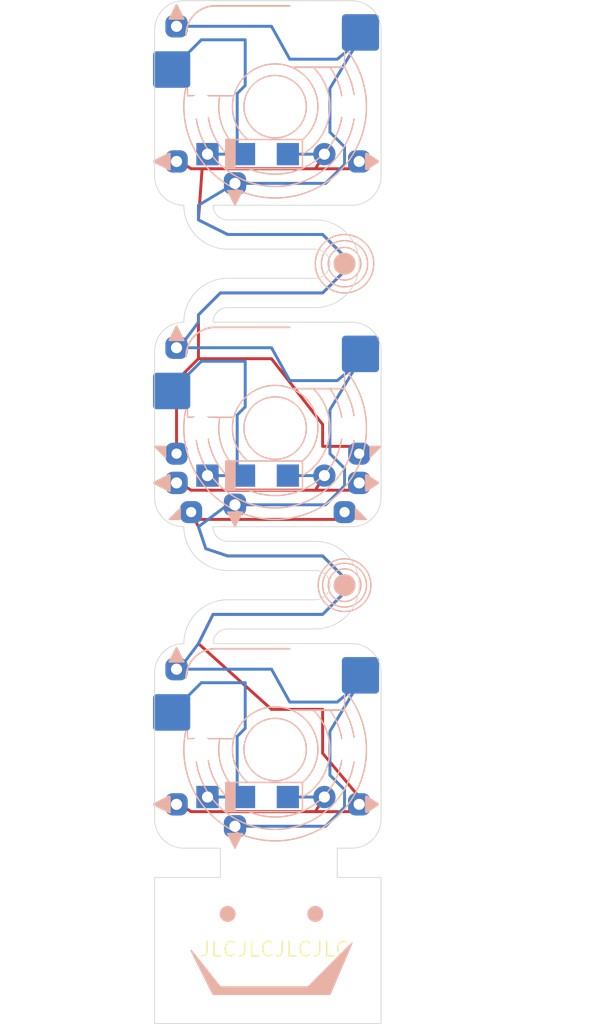
<source format=kicad_pcb>
(kicad_pcb (version 20240108) (generator "pcbnew") (generator_version "8.0")
  (layers (0 "F.Cu" signal) (31 "B.Cu" signal) (34 "B.Paste" user) (35 "F.Paste" user) (36 "B.SilkS" user "B.Silkscreen") (37 "F.SilkS" user "F.Silkscreen") (38 "B.Mask" user) (39 "F.Mask" user) (44 "Edge.Cuts" user))
  (net 0 "")
  (footprint "Library:sspcb" (layer "F.Cu") (at 25 54)
    (property "Reference" "sspcb" (hide yes))
    (property "Value" "sspcb" (hide yes))
    (fp_line (start 1.5 -3) (end 0.5 -3.619) (stroke (width 0.2)) (layer "F.Cu"))
    (fp_line (start 2.5 -3) (end 13 -3) (stroke (width 0.2)) (layer "F.Cu"))
    (fp_line (start 3 -3) (end 1.5 -3) (stroke (width 0.2)) (layer "F.Cu"))
    (fp_line (start 10.619 -4) (end 10 -3) (stroke (width 0.2)) (layer "F.Cu"))
    (fp_line (start 13 -3) (end 13 -4) (stroke (width 0.2)) (layer "F.Cu"))
    (fp_line (start 0 -12.75) (end 7 -12.75) (stroke (width 0.2)) (layer "B.Cu"))
    (fp_line (start 0.165 -9.79) (end 2.2 -11.825) (stroke (width 0.2)) (layer "B.Cu"))
    (fp_line (start 2.2 -11.825) (end 5.2 -11.825) (stroke (width 0.2)) (layer "B.Cu"))
    (fp_line (start 2.619 -4) (end 5.119 -4) (stroke (width 0.2)) (layer "B.Cu"))
    (fp_line (start 4.65 -8.15) (end 4.65 -4) (stroke (width 0.2)) (layer "B.Cu"))
    (fp_line (start 5.2 -11.825) (end 5.2 -8.7) (stroke (width 0.2)) (layer "B.Cu"))
    (fp_line (start 5.2 -8.7) (end 4.65 -8.15) (stroke (width 0.2)) (layer "B.Cu"))
    (fp_line (start 7 -12.75) (end 8.25 -10.5) (stroke (width 0.2)) (layer "B.Cu"))
    (fp_line (start 8.119 -4) (end 10.619 -4) (stroke (width 0.2)) (layer "B.Cu"))
    (fp_line (start 8.25 -10.5) (end 11.5 -10.5) (stroke (width 0.2)) (layer "B.Cu"))
    (fp_line (start 10.7 -2) (end 4.5 -2) (stroke (width 0.2)) (layer "B.Cu"))
    (fp_line (start 11 -8.5) (end 11 -5.5) (stroke (width 0.2)) (layer "B.Cu"))
    (fp_line (start 11 -5.5) (end 12 -4.5) (stroke (width 0.2)) (layer "B.Cu"))
    (fp_line (start 11.5 -10.5) (end 13 -11.75) (stroke (width 0.2)) (layer "B.Cu"))
    (fp_line (start 12 -4.5) (end 12 -3.3) (stroke (width 0.2)) (layer "B.Cu"))
    (fp_line (start 12 -3.3) (end 10.7 -2) (stroke (width 0.2)) (layer "B.Cu"))
    (fp_line (start 13.25 -12.25) (end 11 -8.5) (stroke (width 0.2)) (layer "B.Cu"))
    (fp_line (start 1.25 -8) (end 1.25 -8.5) (stroke (width 0.1)) (layer "B.SilkS"))
    (fp_line (start 3.15 -14.15) (end 8.25 -14.15) (stroke (width 0.12)) (layer "B.SilkS"))
    (fp_line (start 4.391915 -7.990539) (end 1.25 -8) (stroke (width 0.1)) (layer "B.SilkS"))
    (fp_line (start 8.5 -9.95) (end 12 -9.95) (stroke (width 0.12)) (layer "B.SilkS"))
    (fp_line (start 12 -9.95) (end 12 -11) (stroke (width 0.1)) (layer "B.SilkS"))
    (fp_rect (start 3.869 -5) (end 4.5 -3) (stroke (width 0.1)) (fill solid) (layer "B.SilkS"))
    (fp_rect (start 4.119 -5) (end 9.119 -3) (stroke (width 0.1)) (fill none) (layer "B.SilkS"))
    (fp_arc (start 1.15 -12.15) (mid 1.735786 -13.564214) (end 3.15 -14.15) (stroke (width 0.12)) (layer "B.SilkS"))
    (fp_arc (start 4.119 -5) (mid 3.479326 -6.435462) (end 3.465052 -8.006938) (stroke (width 0.1)) (layer "B.SilkS"))
    (fp_arc (start 4.125167 -3.822271) (mid 2.875962 -5.706726) (end 2.666024 -7.957861) (stroke (width 0.1)) (layer "B.SilkS"))
    (fp_arc (start 5.32387 -5.048709) (mid 7.287538 -10.174765) (end 9.119 -5) (stroke (width 0.1)) (layer "B.SilkS"))
    (fp_arc (start 9.901006 -9.901006) (mid 10.966596 -6.757474) (end 9.119 -4) (stroke (width 0.1)) (layer "B.SilkS"))
    (fp_arc (start 10.97427 -9.981129) (mid 10.878075 -4.392322) (end 5.467319 -2.989566) (stroke (width 0.1)) (layer "B.SilkS"))
    (fp_arc (start 12 -9.95) (mid 8.297518 -1.887612) (end 1.833102 -7.963943) (stroke (width 0.1)) (layer "B.SilkS"))
    (fp_arc (start 12.25 -11) (mid 8.608158 -1.149352) (end 1.131372 -8.524714) (stroke (width 0.1)) (layer "B.SilkS"))
    (fp_circle (center 7.25 -7.25) (end 9.386001 -7.25) (stroke (width 0.1)) (fill none) (layer "B.SilkS"))
    (fp_poly (pts (xy 0 -13.25) (xy 1 -13.25) (xy 0.5 -14.25)) (stroke (width 0.1)) (fill solid) (layer "B.SilkS"))
    (fp_poly (pts (xy 0 -4) (xy 0 -3) (xy -1 -3.5)) (stroke (width 0.2)) (fill solid) (layer "B.SilkS"))
    (fp_poly (pts (xy 4 -1.5) (xy 5 -1.5) (xy 4.5 -0.5)) (stroke (width 0.1)) (fill solid) (layer "B.SilkS"))
    (fp_poly (pts (xy 13.5 -4) (xy 13.5 -3) (xy 14.25 -3.5)) (stroke (width 0.2)) (fill solid) (layer "B.SilkS"))
    (fp_line (start -1 -12.5) (end -1 -2.5) (stroke (width 0.05)) (layer "Edge.Cuts"))
    (fp_line (start 14.5 -12.5) (end 14.5 -2.5) (stroke (width 0.05)) (layer "Edge.Cuts"))
    (fp_arc (start -1 -12.5) (mid -0.414214 -13.914214) (end 1 -14.5) (stroke (width 0.05)) (layer "Edge.Cuts"))
    (fp_arc (start 1 -0.5) (mid -0.414214 -1.085786) (end -1 -2.5) (stroke (width 0.05)) (layer "Edge.Cuts"))
    (fp_arc (start 12.5 -14.5) (mid 13.914214 -13.914214) (end 14.5 -12.5) (stroke (width 0.05)) (layer "Edge.Cuts"))
    (fp_arc (start 14.5 -2.5) (mid 13.914214 -1.085786) (end 12.5 -0.5) (stroke (width 0.05)) (layer "Edge.Cuts"))
    (pad "" np_thru_hole circle (at 2.17 -7.25) (size 1.75 1.75) (drill 1.75) (layers "*.Cu" "*.Mask"))
    (pad "" np_thru_hole circle (at 3.44 -9.79) (size 3.05 3.05) (drill 3.05) (layers "*.Cu" "*.Mask"))
    (pad "" np_thru_hole circle (at 7.25 -7.25) (size 4 4) (drill 4) (layers "*.Cu" "*.Mask"))
    (pad "" np_thru_hole circle (at 9.79 -12.33) (size 3.05 3.05) (drill 3.05) (layers "*.Cu" "*.Mask"))
    (pad "" np_thru_hole circle (at 12.33 -7.25) (size 1.75 1.75) (drill 1.75) (layers "*.Cu" "*.Mask"))
    (pad "1" smd roundrect (at 0.165 -9.79) (size 2.55 2.5) (layers "B.Cu" "B.Paste" "B.Mask") (roundrect_rratio 0.1))
    (pad "1" thru_hole rect (at 2.619 -4) (size 1.524 1.524) (drill 0.762) (layers "*.Cu" "*.Mask"))
    (pad "2" thru_hole circle (at 10.619 -4) (size 1.524 1.524) (drill 0.762) (layers "*.Cu" "*.Mask"))
    (pad "2" smd roundrect (at 13.092 -12.33) (size 2.55 2.5) (layers "B.Cu" "B.Paste" "B.Mask") (roundrect_rratio 0.1))
    (pad "3" smd rect (at 8.119 -4) (size 1.524 1.524) (layers "B.Cu" "B.Paste" "B.Mask"))
    (pad "4" smd rect (at 5.119 -4) (size 1.524 1.524) (layers "B.Cu" "B.Paste" "B.Mask"))
    (pad "5" thru_hole roundrect (at 0.5 -12.75) (size 1.524 1.524) (drill 0.762) (layers "*.Cu" "*.Mask") (roundrect_rratio 0.3280839895))
    (pad "7" thru_hole roundrect (at 13 -3.5) (size 1.524 1.524) (drill 0.762) (layers "*.Cu" "*.Mask") (roundrect_rratio 0.3280839895))
    (pad "8" thru_hole roundrect (at 0.5 -3.5) (size 1.524 1.524) (drill 0.762) (layers "*.Cu" "*.Mask") (roundrect_rratio 0.3280839895))
    (pad "9" thru_hole roundrect (at 4.5 -2) (size 1.524 1.524) (drill 0.762) (layers "*.Cu" "*.Mask") (roundrect_rratio 0.3280839895))
  )
  (footprint "Library:hole" (layer "F.Cu") (at 35 79)
    (property "Reference" "REF**" (hide yes))
    (property "Value" "hole" (hide yes))
    (pad "" np_thru_hole circle (at 0 -2.5) (size 2 2) (drill 2) (layers "F&B.Cu" "*.Mask"))
  )
  (footprint "Library:pad" (layer "F.Cu") (at 26.5 52.5)
    (property "Reference" "REF**" (hide yes))
    (property "Value" "pad" (hide yes))
    (pad "1" thru_hole roundrect (at 0 0) (size 1.5 1.5) (drill 0.7) (layers "*.Cu" "*.Mask") (roundrect_rratio 0.3333333333))
  )
  (footprint "Library:hole" (layer "F.Cu") (at 32.5 79)
    (property "Reference" "REF**" (hide yes))
    (property "Value" "hole" (hide yes))
    (pad "" np_thru_hole circle (at 0 -2.5) (size 2 2) (drill 2) (layers "F&B.Cu" "*.Mask"))
  )
  (footprint "Library:pad" (layer "F.Cu") (at 37 52.5)
    (property "Reference" "REF**" (hide yes))
    (property "Value" "pad" (hide yes))
    (pad "1" thru_hole roundrect (at 0 0) (size 1.5 1.5) (drill 0.7) (layers "*.Cu" "*.Mask") (roundrect_rratio 0.3333333333))
  )
  (footprint "Library:sspcb" (layer "F.Cu") (at 25 32)
    (property "Reference" "sspcb" (hide yes))
    (property "Value" "sspcb" (hide yes))
    (fp_line (start 1.5 -3) (end 0.5 -3.619) (stroke (width 0.2)) (layer "F.Cu"))
    (fp_line (start 2.5 -3) (end 13 -3) (stroke (width 0.2)) (layer "F.Cu"))
    (fp_line (start 3 -3) (end 1.5 -3) (stroke (width 0.2)) (layer "F.Cu"))
    (fp_line (start 10.619 -4) (end 10 -3) (stroke (width 0.2)) (layer "F.Cu"))
    (fp_line (start 13 -3) (end 13 -4) (stroke (width 0.2)) (layer "F.Cu"))
    (fp_line (start 0 -12.75) (end 7 -12.75) (stroke (width 0.2)) (layer "B.Cu"))
    (fp_line (start 0.165 -9.79) (end 2.2 -11.825) (stroke (width 0.2)) (layer "B.Cu"))
    (fp_line (start 2.2 -11.825) (end 5.2 -11.825) (stroke (width 0.2)) (layer "B.Cu"))
    (fp_line (start 2.619 -4) (end 5.119 -4) (stroke (width 0.2)) (layer "B.Cu"))
    (fp_line (start 4.65 -8.15) (end 4.65 -4) (stroke (width 0.2)) (layer "B.Cu"))
    (fp_line (start 5.2 -11.825) (end 5.2 -8.7) (stroke (width 0.2)) (layer "B.Cu"))
    (fp_line (start 5.2 -8.7) (end 4.65 -8.15) (stroke (width 0.2)) (layer "B.Cu"))
    (fp_line (start 7 -12.75) (end 8.25 -10.5) (stroke (width 0.2)) (layer "B.Cu"))
    (fp_line (start 8.119 -4) (end 10.619 -4) (stroke (width 0.2)) (layer "B.Cu"))
    (fp_line (start 8.25 -10.5) (end 11.5 -10.5) (stroke (width 0.2)) (layer "B.Cu"))
    (fp_line (start 10.7 -2) (end 4.5 -2) (stroke (width 0.2)) (layer "B.Cu"))
    (fp_line (start 11 -8.5) (end 11 -5.5) (stroke (width 0.2)) (layer "B.Cu"))
    (fp_line (start 11 -5.5) (end 12 -4.5) (stroke (width 0.2)) (layer "B.Cu"))
    (fp_line (start 11.5 -10.5) (end 13 -11.75) (stroke (width 0.2)) (layer "B.Cu"))
    (fp_line (start 12 -4.5) (end 12 -3.3) (stroke (width 0.2)) (layer "B.Cu"))
    (fp_line (start 12 -3.3) (end 10.7 -2) (stroke (width 0.2)) (layer "B.Cu"))
    (fp_line (start 13.25 -12.25) (end 11 -8.5) (stroke (width 0.2)) (layer "B.Cu"))
    (fp_line (start 1.25 -8) (end 1.25 -8.5) (stroke (width 0.1)) (layer "B.SilkS"))
    (fp_line (start 3.15 -14.15) (end 8.25 -14.15) (stroke (width 0.12)) (layer "B.SilkS"))
    (fp_line (start 4.391915 -7.990539) (end 1.25 -8) (stroke (width 0.1)) (layer "B.SilkS"))
    (fp_line (start 8.5 -9.95) (end 12 -9.95) (stroke (width 0.12)) (layer "B.SilkS"))
    (fp_line (start 12 -9.95) (end 12 -11) (stroke (width 0.1)) (layer "B.SilkS"))
    (fp_rect (start 3.869 -5) (end 4.5 -3) (stroke (width 0.1)) (fill solid) (layer "B.SilkS"))
    (fp_rect (start 4.119 -5) (end 9.119 -3) (stroke (width 0.1)) (fill none) (layer "B.SilkS"))
    (fp_arc (start 1.15 -12.15) (mid 1.735786 -13.564214) (end 3.15 -14.15) (stroke (width 0.12)) (layer "B.SilkS"))
    (fp_arc (start 4.119 -5) (mid 3.479326 -6.435462) (end 3.465052 -8.006938) (stroke (width 0.1)) (layer "B.SilkS"))
    (fp_arc (start 4.125167 -3.822271) (mid 2.875962 -5.706726) (end 2.666024 -7.957861) (stroke (width 0.1)) (layer "B.SilkS"))
    (fp_arc (start 5.32387 -5.048709) (mid 7.287538 -10.174765) (end 9.119 -5) (stroke (width 0.1)) (layer "B.SilkS"))
    (fp_arc (start 9.901006 -9.901006) (mid 10.966596 -6.757474) (end 9.119 -4) (stroke (width 0.1)) (layer "B.SilkS"))
    (fp_arc (start 10.97427 -9.981129) (mid 10.878075 -4.392322) (end 5.467319 -2.989566) (stroke (width 0.1)) (layer "B.SilkS"))
    (fp_arc (start 12 -9.95) (mid 8.297518 -1.887612) (end 1.833102 -7.963943) (stroke (width 0.1)) (layer "B.SilkS"))
    (fp_arc (start 12.25 -11) (mid 8.608158 -1.149352) (end 1.131372 -8.524714) (stroke (width 0.1)) (layer "B.SilkS"))
    (fp_circle (center 7.25 -7.25) (end 9.386001 -7.25) (stroke (width 0.1)) (fill none) (layer "B.SilkS"))
    (fp_poly (pts (xy 0 -13.25) (xy 1 -13.25) (xy 0.5 -14.25)) (stroke (width 0.1)) (fill solid) (layer "B.SilkS"))
    (fp_poly (pts (xy 0 -4) (xy 0 -3) (xy -1 -3.5)) (stroke (width 0.2)) (fill solid) (layer "B.SilkS"))
    (fp_poly (pts (xy 4 -1.5) (xy 5 -1.5) (xy 4.5 -0.5)) (stroke (width 0.1)) (fill solid) (layer "B.SilkS"))
    (fp_poly (pts (xy 13.5 -4) (xy 13.5 -3) (xy 14.25 -3.5)) (stroke (width 0.2)) (fill solid) (layer "B.SilkS"))
    (fp_line (start -1 -12.5) (end -1 -2.5) (stroke (width 0.05)) (layer "Edge.Cuts"))
    (fp_line (start 14.5 -12.5) (end 14.5 -2.5) (stroke (width 0.05)) (layer "Edge.Cuts"))
    (fp_arc (start -1 -12.5) (mid -0.414214 -13.914214) (end 1 -14.5) (stroke (width 0.05)) (layer "Edge.Cuts"))
    (fp_arc (start 1 -0.5) (mid -0.414214 -1.085786) (end -1 -2.5) (stroke (width 0.05)) (layer "Edge.Cuts"))
    (fp_arc (start 12.5 -14.5) (mid 13.914214 -13.914214) (end 14.5 -12.5) (stroke (width 0.05)) (layer "Edge.Cuts"))
    (fp_arc (start 14.5 -2.5) (mid 13.914214 -1.085786) (end 12.5 -0.5) (stroke (width 0.05)) (layer "Edge.Cuts"))
    (pad "" np_thru_hole circle (at 2.17 -7.25) (size 1.75 1.75) (drill 1.75) (layers "*.Cu" "*.Mask"))
    (pad "" np_thru_hole circle (at 3.44 -9.79) (size 3.05 3.05) (drill 3.05) (layers "*.Cu" "*.Mask"))
    (pad "" np_thru_hole circle (at 7.25 -7.25) (size 4 4) (drill 4) (layers "*.Cu" "*.Mask"))
    (pad "" np_thru_hole circle (at 9.79 -12.33) (size 3.05 3.05) (drill 3.05) (layers "*.Cu" "*.Mask"))
    (pad "" np_thru_hole circle (at 12.33 -7.25) (size 1.75 1.75) (drill 1.75) (layers "*.Cu" "*.Mask"))
    (pad "1" smd roundrect (at 0.165 -9.79) (size 2.55 2.5) (layers "B.Cu" "B.Paste" "B.Mask") (roundrect_rratio 0.1))
    (pad "1" thru_hole rect (at 2.619 -4) (size 1.524 1.524) (drill 0.762) (layers "*.Cu" "*.Mask"))
    (pad "2" thru_hole circle (at 10.619 -4) (size 1.524 1.524) (drill 0.762) (layers "*.Cu" "*.Mask"))
    (pad "2" smd roundrect (at 13.092 -12.33) (size 2.55 2.5) (layers "B.Cu" "B.Paste" "B.Mask") (roundrect_rratio 0.1))
    (pad "3" smd rect (at 8.119 -4) (size 1.524 1.524) (layers "B.Cu" "B.Paste" "B.Mask"))
    (pad "4" smd rect (at 5.119 -4) (size 1.524 1.524) (layers "B.Cu" "B.Paste" "B.Mask"))
    (pad "5" thru_hole roundrect (at 0.5 -12.75) (size 1.524 1.524) (drill 0.762) (layers "*.Cu" "*.Mask") (roundrect_rratio 0.3280839895))
    (pad "7" thru_hole roundrect (at 13 -3.5) (size 1.524 1.524) (drill 0.762) (layers "*.Cu" "*.Mask") (roundrect_rratio 0.3280839895))
    (pad "8" thru_hole roundrect (at 0.5 -3.5) (size 1.524 1.524) (drill 0.762) (layers "*.Cu" "*.Mask") (roundrect_rratio 0.3280839895))
    (pad "9" thru_hole roundrect (at 4.5 -2) (size 1.524 1.524) (drill 0.762) (layers "*.Cu" "*.Mask") (roundrect_rratio 0.3280839895))
  )
  (footprint "Library:sspcb" (layer "F.Cu") (at 25 76)
    (property "Reference" "sspcb" (hide yes))
    (property "Value" "sspcb" (hide yes))
    (fp_line (start 1.5 -3) (end 0.5 -3.619) (stroke (width 0.2)) (layer "F.Cu"))
    (fp_line (start 2.5 -3) (end 13 -3) (stroke (width 0.2)) (layer "F.Cu"))
    (fp_line (start 3 -3) (end 1.5 -3) (stroke (width 0.2)) (layer "F.Cu"))
    (fp_line (start 10.619 -4) (end 10 -3) (stroke (width 0.2)) (layer "F.Cu"))
    (fp_line (start 13 -3) (end 13 -4) (stroke (width 0.2)) (layer "F.Cu"))
    (fp_line (start 0 -12.75) (end 7 -12.75) (stroke (width 0.2)) (layer "B.Cu"))
    (fp_line (start 0.165 -9.79) (end 2.2 -11.825) (stroke (width 0.2)) (layer "B.Cu"))
    (fp_line (start 2.2 -11.825) (end 5.2 -11.825) (stroke (width 0.2)) (layer "B.Cu"))
    (fp_line (start 2.619 -4) (end 5.119 -4) (stroke (width 0.2)) (layer "B.Cu"))
    (fp_line (start 4.65 -8.15) (end 4.65 -4) (stroke (width 0.2)) (layer "B.Cu"))
    (fp_line (start 5.2 -11.825) (end 5.2 -8.7) (stroke (width 0.2)) (layer "B.Cu"))
    (fp_line (start 5.2 -8.7) (end 4.65 -8.15) (stroke (width 0.2)) (layer "B.Cu"))
    (fp_line (start 7 -12.75) (end 8.25 -10.5) (stroke (width 0.2)) (layer "B.Cu"))
    (fp_line (start 8.119 -4) (end 10.619 -4) (stroke (width 0.2)) (layer "B.Cu"))
    (fp_line (start 8.25 -10.5) (end 11.5 -10.5) (stroke (width 0.2)) (layer "B.Cu"))
    (fp_line (start 10.7 -2) (end 4.5 -2) (stroke (width 0.2)) (layer "B.Cu"))
    (fp_line (start 11 -8.5) (end 11 -5.5) (stroke (width 0.2)) (layer "B.Cu"))
    (fp_line (start 11 -5.5) (end 12 -4.5) (stroke (width 0.2)) (layer "B.Cu"))
    (fp_line (start 11.5 -10.5) (end 13 -11.75) (stroke (width 0.2)) (layer "B.Cu"))
    (fp_line (start 12 -4.5) (end 12 -3.3) (stroke (width 0.2)) (layer "B.Cu"))
    (fp_line (start 12 -3.3) (end 10.7 -2) (stroke (width 0.2)) (layer "B.Cu"))
    (fp_line (start 13.25 -12.25) (end 11 -8.5) (stroke (width 0.2)) (layer "B.Cu"))
    (fp_line (start 1.25 -8) (end 1.25 -8.5) (stroke (width 0.1)) (layer "B.SilkS"))
    (fp_line (start 3.15 -14.15) (end 8.25 -14.15) (stroke (width 0.12)) (layer "B.SilkS"))
    (fp_line (start 4.391915 -7.990539) (end 1.25 -8) (stroke (width 0.1)) (layer "B.SilkS"))
    (fp_line (start 8.5 -9.95) (end 12 -9.95) (stroke (width 0.12)) (layer "B.SilkS"))
    (fp_line (start 12 -9.95) (end 12 -11) (stroke (width 0.1)) (layer "B.SilkS"))
    (fp_rect (start 3.869 -5) (end 4.5 -3) (stroke (width 0.1)) (fill solid) (layer "B.SilkS"))
    (fp_rect (start 4.119 -5) (end 9.119 -3) (stroke (width 0.1)) (fill none) (layer "B.SilkS"))
    (fp_arc (start 1.15 -12.15) (mid 1.735786 -13.564214) (end 3.15 -14.15) (stroke (width 0.12)) (layer "B.SilkS"))
    (fp_arc (start 4.119 -5) (mid 3.479326 -6.435462) (end 3.465052 -8.006938) (stroke (width 0.1)) (layer "B.SilkS"))
    (fp_arc (start 4.125167 -3.822271) (mid 2.875962 -5.706726) (end 2.666024 -7.957861) (stroke (width 0.1)) (layer "B.SilkS"))
    (fp_arc (start 5.32387 -5.048709) (mid 7.287538 -10.174765) (end 9.119 -5) (stroke (width 0.1)) (layer "B.SilkS"))
    (fp_arc (start 9.901006 -9.901006) (mid 10.966596 -6.757474) (end 9.119 -4) (stroke (width 0.1)) (layer "B.SilkS"))
    (fp_arc (start 10.97427 -9.981129) (mid 10.878075 -4.392322) (end 5.467319 -2.989566) (stroke (width 0.1)) (layer "B.SilkS"))
    (fp_arc (start 12 -9.95) (mid 8.297518 -1.887612) (end 1.833102 -7.963943) (stroke (width 0.1)) (layer "B.SilkS"))
    (fp_arc (start 12.25 -11) (mid 8.608158 -1.149352) (end 1.131372 -8.524714) (stroke (width 0.1)) (layer "B.SilkS"))
    (fp_circle (center 7.25 -7.25) (end 9.386001 -7.25) (stroke (width 0.1)) (fill none) (layer "B.SilkS"))
    (fp_poly (pts (xy 0 -13.25) (xy 1 -13.25) (xy 0.5 -14.25)) (stroke (width 0.1)) (fill solid) (layer "B.SilkS"))
    (fp_poly (pts (xy 0 -4) (xy 0 -3) (xy -1 -3.5)) (stroke (width 0.2)) (fill solid) (layer "B.SilkS"))
    (fp_poly (pts (xy 4 -1.5) (xy 5 -1.5) (xy 4.5 -0.5)) (stroke (width 0.1)) (fill solid) (layer "B.SilkS"))
    (fp_poly (pts (xy 13.5 -4) (xy 13.5 -3) (xy 14.25 -3.5)) (stroke (width 0.2)) (fill solid) (layer "B.SilkS"))
    (fp_line (start -1 -12.5) (end -1 -2.5) (stroke (width 0.05)) (layer "Edge.Cuts"))
    (fp_line (start 14.5 -12.5) (end 14.5 -2.5) (stroke (width 0.05)) (layer "Edge.Cuts"))
    (fp_arc (start -1 -12.5) (mid -0.414214 -13.914214) (end 1 -14.5) (stroke (width 0.05)) (layer "Edge.Cuts"))
    (fp_arc (start 1 -0.5) (mid -0.414214 -1.085786) (end -1 -2.5) (stroke (width 0.05)) (layer "Edge.Cuts"))
    (fp_arc (start 12.5 -14.5) (mid 13.914214 -13.914214) (end 14.5 -12.5) (stroke (width 0.05)) (layer "Edge.Cuts"))
    (fp_arc (start 14.5 -2.5) (mid 13.914214 -1.085786) (end 12.5 -0.5) (stroke (width 0.05)) (layer "Edge.Cuts"))
    (pad "" np_thru_hole circle (at 2.17 -7.25) (size 1.75 1.75) (drill 1.75) (layers "*.Cu" "*.Mask"))
    (pad "" np_thru_hole circle (at 3.44 -9.79) (size 3.05 3.05) (drill 3.05) (layers "*.Cu" "*.Mask"))
    (pad "" np_thru_hole circle (at 7.25 -7.25) (size 4 4) (drill 4) (layers "*.Cu" "*.Mask"))
    (pad "" np_thru_hole circle (at 9.79 -12.33) (size 3.05 3.05) (drill 3.05) (layers "*.Cu" "*.Mask"))
    (pad "" np_thru_hole circle (at 12.33 -7.25) (size 1.75 1.75) (drill 1.75) (layers "*.Cu" "*.Mask"))
    (pad "1" smd roundrect (at 0.165 -9.79) (size 2.55 2.5) (layers "B.Cu" "B.Paste" "B.Mask") (roundrect_rratio 0.1))
    (pad "1" thru_hole rect (at 2.619 -4) (size 1.524 1.524) (drill 0.762) (layers "*.Cu" "*.Mask"))
    (pad "2" thru_hole circle (at 10.619 -4) (size 1.524 1.524) (drill 0.762) (layers "*.Cu" "*.Mask"))
    (pad "2" smd roundrect (at 13.092 -12.33) (size 2.55 2.5) (layers "B.Cu" "B.Paste" "B.Mask") (roundrect_rratio 0.1))
    (pad "3" smd rect (at 8.119 -4) (size 1.524 1.524) (layers "B.Cu" "B.Paste" "B.Mask"))
    (pad "4" smd rect (at 5.119 -4) (size 1.524 1.524) (layers "B.Cu" "B.Paste" "B.Mask"))
    (pad "5" thru_hole roundrect (at 0.5 -12.75) (size 1.524 1.524) (drill 0.762) (layers "*.Cu" "*.Mask") (roundrect_rratio 0.3280839895))
    (pad "7" thru_hole roundrect (at 13 -3.5) (size 1.524 1.524) (drill 0.762) (layers "*.Cu" "*.Mask") (roundrect_rratio 0.3280839895))
    (pad "8" thru_hole roundrect (at 0.5 -3.5) (size 1.524 1.524) (drill 0.762) (layers "*.Cu" "*.Mask") (roundrect_rratio 0.3280839895))
    (pad "9" thru_hole roundrect (at 4.5 -2) (size 1.524 1.524) (drill 0.762) (layers "*.Cu" "*.Mask") (roundrect_rratio 0.3280839895))
  )
  (footprint "Library:pad" (layer "F.Cu") (at 25.5 48.5)
    (property "Reference" "REF**" (hide yes))
    (property "Value" "pad" (hide yes))
    (pad "1" thru_hole roundrect (at 0 0) (size 1.5 1.5) (drill 0.7) (layers "*.Cu" "*.Mask") (roundrect_rratio 0.3333333333))
  )
  (footprint "Library:hole" (layer "F.Cu") (at 30 79)
    (property "Reference" "REF**" (hide yes))
    (property "Value" "hole" (hide yes))
    (pad "" np_thru_hole circle (at 0 -2.5) (size 2 2) (drill 2) (layers "F&B.Cu" "*.Mask"))
  )
  (footprint "Library:pad" (layer "F.Cu") (at 38 48.5)
    (property "Reference" "REF**" (hide yes))
    (property "Value" "pad" (hide yes))
    (pad "1" thru_hole roundrect (at 0 0) (size 1.5 1.5) (drill 0.7) (layers "*.Cu" "*.Mask") (roundrect_rratio 0.3333333333))
  )
  (gr_line (start 27.5 55) (end 27 53.5) (stroke (width 0.2)) (layer "F.Cu"))
  (gr_line (start 37 35) (end 37 36) (stroke (width 0.2)) (layer "F.Cu"))
  (gr_line (start 35.5 69) (end 35.5 66) (stroke (width 0.2)) (layer "F.Cu"))
  (gr_line (start 27.25 29) (end 27 32.5) (stroke (width 0.2)) (layer "F.Cu"))
  (gr_line (start 35.5 59.5) (end 37 58) (stroke (width 0.2)) (layer "F.Cu"))
  (gr_line (start 25.5 43.5) (end 25.5 48) (stroke (width 0.2)) (layer "F.Cu"))
  (gr_line (start 32 42) (end 35.5 46.5) (stroke (width 0.2)) (layer "F.Cu"))
  (gr_line (start 37 58) (end 37 57) (stroke (width 0.2)) (layer "F.Cu"))
  (gr_line (start 27 42) (end 32 42) (stroke (width 0.2)) (layer "F.Cu"))
  (gr_line (start 26.75 53) (end 37 53) (stroke (width 0.2)) (layer "F.Cu"))
  (gr_line (start 37 36) (end 35.5 37.5) (stroke (width 0.2)) (layer "F.Cu"))
  (gr_line (start 32 66) (end 27 61.5) (stroke (width 0.2)) (layer "F.Cu"))
  (gr_line (start 35.5 37.5) (end 28.5 37.5) (stroke (width 0.2)) (layer "F.Cu"))
  (gr_line (start 35.5 46.5) (end 35.5 48) (stroke (width 0.2)) (layer "F.Cu"))
  (gr_line (start 29 33.5) (end 35.5 33.5) (stroke (width 0.2)) (layer "F.Cu"))
  (gr_line (start 35.5 33.5) (end 37 35) (stroke (width 0.2)) (layer "F.Cu"))
  (gr_line (start 27 53.5) (end 26.5 52.5) (stroke (width 0.2)) (layer "F.Cu"))
  (gr_line (start 28 59.5) (end 35.5 59.5) (stroke (width 0.2)) (layer "F.Cu"))
  (gr_line (start 35.5 55.5) (end 29 55.5) (stroke (width 0.2)) (layer "F.Cu"))
  (gr_line (start 27 32.5) (end 29 33.5) (stroke (width 0.2)) (layer "F.Cu"))
  (gr_line (start 29 55.5) (end 27.5 55) (stroke (width 0.2)) (layer "F.Cu"))
  (gr_line (start 35.5 66) (end 32 66) (stroke (width 0.2)) (layer "F.Cu"))
  (gr_line (start 27 39) (end 27 42) (stroke (width 0.2)) (layer "F.Cu"))
  (gr_line (start 37 57) (end 35.5 55.5) (stroke (width 0.2)) (layer "F.Cu"))
  (gr_line (start 27 61.5) (end 28 59.5) (stroke (width 0.2)) (layer "F.Cu"))
  (gr_line (start 38 72) (end 35.5 69) (stroke (width 0.2)) (layer "F.Cu"))
  (gr_line (start 35.5 48) (end 38 48) (stroke (width 0.2)) (layer "F.Cu"))
  (gr_line (start 28.5 37.5) (end 27 39) (stroke (width 0.2)) (layer "F.Cu"))
  (gr_line (start 27 42) (end 25.5 43.5) (stroke (width 0.2)) (layer "F.Cu"))
  (gr_line (start 27 61.5) (end 28 59.5) (stroke (width 0.2)) (layer "B.Cu"))
  (gr_line (start 35.5 55.5) (end 37 57) (stroke (width 0.2)) (layer "B.Cu"))
  (gr_line (start 29 33.5) (end 35 33.5) (stroke (width 0.2)) (layer "B.Cu"))
  (gr_line (start 35.5 37.5) (end 28.5 37.5) (stroke (width 0.2)) (layer "B.Cu"))
  (gr_line (start 28.5 37.5) (end 27 39) (stroke (width 0.2)) (layer "B.Cu"))
  (gr_line (start 29 55.5) (end 35.5 55.5) (stroke (width 0.2)) (layer "B.Cu"))
  (gr_line (start 27.5 55) (end 29 55.5) (stroke (width 0.2)) (layer "B.Cu"))
  (gr_line (start 27 39.5) (end 25.5 41.5) (stroke (width 0.2)) (layer "B.Cu"))
  (gr_line (start 35.5 59.5) (end 28 59.5) (stroke (width 0.2)) (layer "B.Cu"))
  (gr_line (start 35.5 33.5) (end 37 35) (stroke (width 0.2)) (layer "B.Cu"))
  (gr_line (start 27 31.5) (end 27 32.5) (stroke (width 0.2)) (layer "B.Cu"))
  (gr_line (start 35 33.5) (end 35.5 33.5) (stroke (width 0.2)) (layer "B.Cu"))
  (gr_line (start 37 35) (end 37 36) (stroke (width 0.2)) (layer "B.Cu"))
  (gr_line (start 37 58) (end 35.5 59.5) (stroke (width 0.2)) (layer "B.Cu"))
  (gr_line (start 37 36) (end 35.5 37.5) (stroke (width 0.2)) (layer "B.Cu"))
  (gr_line (start 37 57) (end 37 58) (stroke (width 0.2)) (layer "B.Cu"))
  (gr_line (start 27 32.5) (end 29 33.5) (stroke (width 0.2)) (layer "B.Cu"))
  (gr_line (start 27 39) (end 27 39.5) (stroke (width 0.2)) (layer "B.Cu"))
  (gr_line (start 27 61.5) (end 25.5 63.5) (stroke (width 0.2)) (layer "B.Cu"))
  (gr_line (start 29.5 30) (end 27 31.5) (stroke (width 0.2)) (layer "B.Cu"))
  (gr_line (start 27 53.5) (end 27.5 55) (stroke (width 0.2)) (layer "B.Cu"))
  (gr_line (start 29 52) (end 27 53.5) (stroke (width 0.2)) (layer "B.Cu"))
  (gr_circle (center 29 80) (end 29.5 80) (stroke (width 0.1)) (fill solid) (layer "B.SilkS"))
  (gr_circle (center 37 57.5) (end 37 59) (stroke (width 0.1)) (fill none) (layer "B.SilkS"))
  (gr_circle (center 37 35.5) (end 37.707107 35.5) (stroke (width 0.1)) (fill solid) (layer "B.SilkS"))
  (gr_circle (center 37 57.5) (end 38 59) (stroke (width 0.1)) (fill none) (layer "B.SilkS"))
  (gr_circle (center 35 80) (end 35.5 80) (stroke (width 0.1)) (fill solid) (layer "B.SilkS"))
  (gr_circle (center 37 57.5) (end 37.707107 57.5) (stroke (width 0.1)) (fill solid) (layer "B.SilkS"))
  (gr_circle (center 37 35.5) (end 37.5 37) (stroke (width 0.1)) (fill none) (layer "B.SilkS"))
  (gr_circle (center 37 57.5) (end 37.5 58.5) (stroke (width 0.1)) (fill none) (layer "B.SilkS"))
  (gr_circle (center 37 35.5) (end 37.5 36.5) (stroke (width 0.1)) (fill none) (layer "B.SilkS"))
  (gr_poly (pts (xy 25 53) (xy 25.75 53) (xy 25.75 52.25)) (stroke (width 0.1)) (fill solid) (layer "B.SilkS"))
  (gr_poly (pts (xy 26.5 82.5) (xy 28 85.5) (xy 36 85.5) (xy 37.5 82) (xy 34.5 85) (xy 28.5 85)) (stroke (width 0.1)) (fill solid) (layer "B.SilkS"))
  (gr_circle (center 37 35.5) (end 37 37.5) (stroke (width 0.1)) (fill none) (layer "B.SilkS"))
  (gr_poly (pts (xy 38.5 53) (xy 37.75 53) (xy 37.75 52.25)) (stroke (width 0.1)) (fill solid) (layer "B.SilkS"))
  (gr_poly (pts (xy 24.75 48.75) (xy 24.75 48) (xy 24 48)) (stroke (width 0.1)) (fill solid) (layer "B.SilkS"))
  (gr_poly (pts (xy 38.75 48.75) (xy 38.75 48) (xy 39.5 48)) (stroke (width 0.1)) (fill solid) (layer "B.SilkS"))
  (gr_line (start 39.5 77.5) (end 39.5 87.5) (stroke (width 0.05)) (layer "Edge.Cuts"))
  (gr_line (start 28.5 75.5) (end 28.5 77.5) (stroke (width 0.05)) (layer "Edge.Cuts"))
  (gr_line (start 24 87.5) (end 24 77.5) (stroke (width 0.05)) (layer "Edge.Cuts"))
  (gr_line (start 29 60.5) (end 35 60.5) (stroke (width 0.05)) (layer "Edge.Cuts"))
  (gr_line (start 36.5 77.5) (end 39.5 77.5) (stroke (width 0.05)) (layer "Edge.Cuts"))
  (gr_arc (start 35 34.5) (mid 36 35.5) (end 35 36.5) (stroke (width 0.05)) (layer "Edge.Cuts"))
  (gr_arc (start 35 32.5) (mid 38 35.5) (end 35 38.5) (stroke (width 0.05)) (layer "Edge.Cuts"))
  (gr_line (start 28 31.5) (end 37.5 31.5) (stroke (width 0.05)) (layer "Edge.Cuts"))
  (gr_line (start 26 17.5) (end 37.5 17.5) (stroke (width 0.05)) (layer "Edge.Cuts"))
  (gr_line (start 28 61.5) (end 37.5 61.5) (stroke (width 0.05)) (layer "Edge.Cuts"))
  (gr_arc (start 28 39.5) (mid 28.292893 38.792893) (end 29 38.5) (stroke (width 0.05)) (layer "Edge.Cuts"))
  (gr_line (start 29 54.5) (end 35 54.5) (stroke (width 0.05)) (layer "Edge.Cuts"))
  (gr_line (start 24 77.5) (end 28.5 77.5) (stroke (width 0.05)) (layer "Edge.Cuts"))
  (gr_line (start 29 56.5) (end 35 56.5) (stroke (width 0.05)) (layer "Edge.Cuts"))
  (gr_arc (start 35 56.5) (mid 36 57.5) (end 35 58.5) (stroke (width 0.05)) (layer "Edge.Cuts"))
  (gr_line (start 28 39.5) (end 37.5 39.5) (stroke (width 0.05)) (layer "Edge.Cuts"))
  (gr_arc (start 26 39.5) (mid 26.87868 37.37868) (end 29 36.5) (stroke (width 0.05)) (layer "Edge.Cuts"))
  (gr_line (start 35 32.5) (end 29 32.5) (stroke (width 0.05)) (layer "Edge.Cuts"))
  (gr_line (start 29 58.5) (end 35 58.5) (stroke (width 0.05)) (layer "Edge.Cuts"))
  (gr_arc (start 29 34.5) (mid 26.87868 33.62132) (end 26 31.5) (stroke (width 0.05)) (layer "Edge.Cuts"))
  (gr_line (start 29 34.5) (end 35 34.5) (stroke (width 0.05)) (layer "Edge.Cuts"))
  (gr_arc (start 28 61.5) (mid 28.292893 60.792893) (end 29 60.5) (stroke (width 0.05)) (layer "Edge.Cuts"))
  (gr_arc (start 35 54.5) (mid 38 57.5) (end 35 60.5) (stroke (width 0.05)) (layer "Edge.Cuts"))
  (gr_arc (start 29 54.5) (mid 28.292893 54.207107) (end 28 53.5) (stroke (width 0.05)) (layer "Edge.Cuts"))
  (gr_line (start 36.5 77.5) (end 36.5 75.5) (stroke (width 0.05)) (layer "Edge.Cuts"))
  (gr_line (start 29 36.5) (end 35 36.5) (stroke (width 0.05)) (layer "Edge.Cuts"))
  (gr_arc (start 26 61.5) (mid 26.87868 59.37868) (end 29 58.5) (stroke (width 0.05)) (layer "Edge.Cuts"))
  (gr_line (start 26 75.5) (end 28.5 75.5) (stroke (width 0.05)) (layer "Edge.Cuts"))
  (gr_line (start 39.5 87.5) (end 24 87.5) (stroke (width 0.05)) (layer "Edge.Cuts"))
  (gr_line (start 28 53.5) (end 37.5 53.5) (stroke (width 0.05)) (layer "Edge.Cuts"))
  (gr_line (start 35 38.5) (end 29 38.5) (stroke (width 0.05)) (layer "Edge.Cuts"))
  (gr_arc (start 29 56.5) (mid 26.87868 55.62132) (end 26 53.5) (stroke (width 0.05)) (layer "Edge.Cuts"))
  (gr_line (start 36.5 75.5) (end 37.5 75.5) (stroke (width 0.05)) (layer "Edge.Cuts"))
  (gr_arc (start 29 32.5) (mid 28.292893 32.207107) (end 28 31.5) (stroke (width 0.05)) (layer "Edge.Cuts"))
  (gr_text "JLCJLCJLCJLC" (at 27 83 0) (layer "F.SilkS") (effects (font (size 1 1) (thickness 0.1)) (justify left bottom)))
)
</source>
